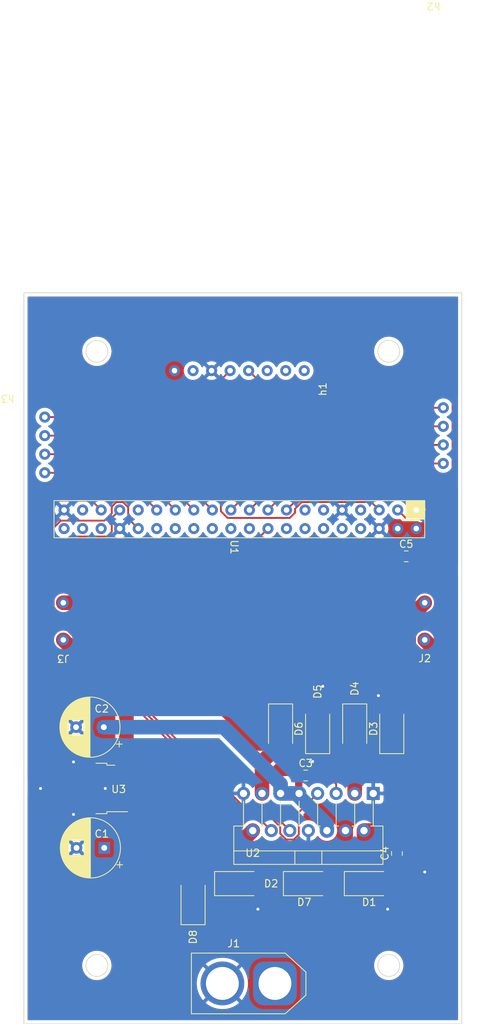
<source format=kicad_pcb>
(kicad_pcb (version 20211014) (generator pcbnew)
  (layers (0 "F.Cu" signal) (31 "B.Cu" signal) (34 "B.Paste" user) (35 "F.Paste" user) (36 "B.SilkS" user "B.Silkscreen") (37 "F.SilkS" user "F.Silkscreen") (38 "B.Mask" user) (39 "F.Mask" user) (44 "Edge.Cuts" user))
  (net 0 "")
  (net 4 "+12V")
  (net 5 "/SDA")
  (net 6 "/SCL")
  (net 9 "Net-(D1-Pad1)")
  (net 10 "Net-(D3-Pad1)")
  (net 11 "Net-(D5-Pad1)")
  (net 13 "/GPIO18(PWM0)")
  (net 14 "/GPIO12(PWM0)")
  (net 15 "/GPIO13(PWM1)")
  (net 16 "/GPIO19(PWM1)")
  (net 17 "Net-(D7-Pad1)")
  (net 18 "/Motor_sensor_1")
  (net 19 "/Motor_sensor_2")
  (net 21 "+5V")
  (net 22 "GND")
  (net 30 "/Motor_sensor_3")
  (net 32 "/Motor_sensor_4")
  (net 33 "/Motor_sensor_5")
  (net 34 "/Motor_sensor_6")
  (net 35 "/Motor_sensor_7")
  (net 37 "/Motor_sensor_8")
  (footprint "car:4head" (layer "F.Cu") (at 77.47 50.8)
    (fp_text reference "h2" (at -1.31 -60.007859 180 unlocked) (layer "F.SilkS"))
    (fp_text value "4head")
    (pad "1" thru_hole circle (at 0 2.54) (size 1.524 1.524) (drill 0.762) (layers *.Cu *.Mask) (net 18 "/Motor_sensor_1"))
    (pad "2" thru_hole circle (at 0 0) (size 1.524 1.524) (drill 0.762) (layers *.Cu *.Mask) (net 19 "/Motor_sensor_2"))
    (pad "3" thru_hole circle (at 0 -2.54) (size 1.524 1.524) (drill 0.762) (layers *.Cu *.Mask) (net 30 "/Motor_sensor_3"))
    (pad "4" thru_hole circle (at 0 -5.08) (size 1.524 1.524) (drill 0.762) (layers *.Cu *.Mask) (net 32 "/Motor_sensor_4"))
  )
  (footprint "Capacitor_SMD:C_0805_2012Metric" (layer "F.Cu") (at 72.39 66.04)
    (fp_text reference "C5" (at 0 -1.68) (layer "F.SilkS"))
    (fp_text value "100nf")
    (pad "1" smd roundrect (at -0.95 0) (size 1 1.45) (layers "F.Cu" "F.Paste" "F.Mask") (net 21 "+5V"))
    (pad "2" smd roundrect (at 0.95 0) (size 1 1.45) (layers "F.Cu" "F.Paste" "F.Mask") (net 22 "GND"))
  )
  (footprint "Capacitor_SMD:C_0805_2012Metric" (layer "F.Cu") (at 71.12 106.68 -90)
    (fp_text reference "C4" (at -0.002777 1.652285 90) (layer "F.SilkS"))
    (fp_text value "100nf")
    (pad "1" smd roundrect (at -0.95 0 270) (size 1 1.45) (layers "F.Cu" "F.Paste" "F.Mask") (net 4 "+12V"))
    (pad "2" smd roundrect (at 0.95 0 270) (size 1 1.45) (layers "F.Cu" "F.Paste" "F.Mask") (net 22 "GND"))
  )
  (footprint "Capacitor_SMD:C_0805_2012Metric" (layer "F.Cu") (at 58.613443 96.022268)
    (fp_text reference "C3" (at 0 -1.68) (layer "F.SilkS"))
    (fp_text value "100nf")
    (pad "1" smd roundrect (at -0.95 0) (size 1 1.45) (layers "F.Cu" "F.Paste" "F.Mask") (net 21 "+5V"))
    (pad "2" smd roundrect (at 0.95 0) (size 1 1.45) (layers "F.Cu" "F.Paste" "F.Mask") (net 22 "GND"))
  )
  (footprint "Connector_AMASS:AMASS_XT60-M_1x02_P7.20mm_Vertical" (layer "F.Cu") (at 54.4 124.46 180)
    (fp_text reference "J1" (at 5.647981 5.452) (layer "F.SilkS"))
    (fp_text value "XT60PW-M")
    (pad "1" thru_hole roundrect (at 0 0 180) (size 6 6) (drill 4.5) (layers *.Cu *.Mask) (net 4 "+12V"))
    (pad "2" thru_hole circle (at 7.2 0 180) (size 6 6) (drill 4.5) (layers *.Cu *.Mask) (net 22 "GND"))
  )
  (footprint "car:ras_head" (layer "F.Cu") (at 73.766683 59.703388 -90)
    (fp_text reference "U1" (at 5.08 24.94 -90 unlocked) (layer "F.SilkS"))
    (fp_text value "ras_head")
    (pad "1" thru_hole circle (at 0 0 270) (size 1.524 1.524) (drill 0.762) (layers *.Cu *.Mask))
    (pad "2" thru_hole circle (at 2.54 0 270) (size 1.524 1.524) (drill 0.762) (layers *.Cu *.Mask) (net 21 "+5V"))
    (pad "3" thru_hole circle (at 0 2.54 270) (size 1.524 1.524) (drill 0.762) (layers *.Cu *.Mask) (net 5 "/SDA"))
    (pad "4" thru_hole circle (at 2.54 2.54 270) (size 1.524 1.524) (drill 0.762) (layers *.Cu *.Mask) (net 21 "+5V"))
    (pad "5" thru_hole circle (at 0 5.08 270) (size 1.524 1.524) (drill 0.762) (layers *.Cu *.Mask) (net 6 "/SCL"))
    (pad "6" thru_hole circle (at 2.54 5.08 270) (size 1.524 1.524) (drill 0.762) (layers *.Cu *.Mask) (net 22 "GND"))
    (pad "7" thru_hole circle (at 0 7.62 270) (size 1.524 1.524) (drill 0.762) (layers *.Cu *.Mask))
    (pad "8" thru_hole circle (at 2.54 7.62 270) (size 1.524 1.524) (drill 0.762) (layers *.Cu *.Mask))
    (pad "9" thru_hole circle (at 0 10.16 270) (size 1.524 1.524) (drill 0.762) (layers *.Cu *.Mask) (net 22 "GND"))
    (pad "10" thru_hole circle (at 2.54 10.16 270) (size 1.524 1.524) (drill 0.762) (layers *.Cu *.Mask))
    (pad "11" thru_hole circle (at 0 12.7 270) (size 1.524 1.524) (drill 0.762) (layers *.Cu *.Mask))
    (pad "12" thru_hole circle (at 2.54 12.7 270) (size 1.524 1.524) (drill 0.762) (layers *.Cu *.Mask))
    (pad "13" thru_hole circle (at 0 15.24 270) (size 1.524 1.524) (drill 0.762) (layers *.Cu *.Mask))
    (pad "14" thru_hole circle (at 2.54 15.24 270) (size 1.524 1.524) (drill 0.762) (layers *.Cu *.Mask))
    (pad "15" thru_hole circle (at 0 17.78 270) (size 1.524 1.524) (drill 0.762) (layers *.Cu *.Mask) (net 18 "/Motor_sensor_1"))
    (pad "16" thru_hole circle (at 2.54 17.78 270) (size 1.524 1.524) (drill 0.762) (layers *.Cu *.Mask))
    (pad "17" thru_hole circle (at 0 20.32 270) (size 1.524 1.524) (drill 0.762) (layers *.Cu *.Mask) (net 19 "/Motor_sensor_2"))
    (pad "18" thru_hole circle (at 2.54 20.32 270) (size 1.524 1.524) (drill 0.762) (layers *.Cu *.Mask) (net 13 "/GPIO18(PWM0)"))
    (pad "19" thru_hole circle (at 0 22.86 270) (size 1.524 1.524) (drill 0.762) (layers *.Cu *.Mask) (net 30 "/Motor_sensor_3"))
    (pad "20" thru_hole circle (at 2.54 22.86 270) (size 1.524 1.524) (drill 0.762) (layers *.Cu *.Mask))
    (pad "21" thru_hole circle (at 0 25.4 270) (size 1.524 1.524) (drill 0.762) (layers *.Cu *.Mask) (net 32 "/Motor_sensor_4"))
    (pad "22" thru_hole circle (at 2.54 25.4 270) (size 1.524 1.524) (drill 0.762) (layers *.Cu *.Mask))
    (pad "23" thru_hole circle (at 0 27.94 270) (size 1.524 1.524) (drill 0.762) (layers *.Cu *.Mask) (net 33 "/Motor_sensor_5"))
    (pad "24" thru_hole circle (at 2.54 27.94 270) (size 1.524 1.524) (drill 0.762) (layers *.Cu *.Mask))
    (pad "25" thru_hole circle (at 0 30.48 270) (size 1.524 1.524) (drill 0.762) (layers *.Cu *.Mask) (net 34 "/Motor_sensor_6"))
    (pad "26" thru_hole circle (at 2.54 30.48 270) (size 1.524 1.524) (drill 0.762) (layers *.Cu *.Mask))
    (pad "27" thru_hole circle (at 0 33.02 270) (size 1.524 1.524) (drill 0.762) (layers *.Cu *.Mask) (net 35 "/Motor_sensor_7"))
    (pad "28" thru_hole circle (at 2.54 33.02 270) (size 1.524 1.524) (drill 0.762) (layers *.Cu *.Mask))
    (pad "29" thru_hole circle (at 0 35.56 270) (size 1.524 1.524) (drill 0.762) (layers *.Cu *.Mask) (net 37 "/Motor_sensor_8"))
    (pad "30" thru_hole circle (at 2.54 35.56 270) (size 1.524 1.524) (drill 0.762) (layers *.Cu *.Mask))
    (pad "31" thru_hole circle (at 0 38.1 270) (size 1.524 1.524) (drill 0.762) (layers *.Cu *.Mask))
    (pad "32" thru_hole circle (at 2.54 38.1 270) (size 1.524 1.524) (drill 0.762) (layers *.Cu *.Mask) (net 14 "/GPIO12(PWM0)"))
    (pad "33" thru_hole circle (at 0 40.64 270) (size 1.524 1.524) (drill 0.762) (layers *.Cu *.Mask) (net 15 "/GPIO13(PWM1)"))
    (pad "34" thru_hole circle (at 2.54 40.64 270) (size 1.524 1.524) (drill 0.762) (layers *.Cu *.Mask) (net 22 "GND"))
    (pad "35" thru_hole circle (at 0 43.18 270) (size 1.524 1.524) (drill 0.762) (layers *.Cu *.Mask) (net 16 "/GPIO19(PWM1)"))
    (pad "36" thru_hole circle (at 2.54 43.18 270) (size 1.524 1.524) (drill 0.762) (layers *.Cu *.Mask))
    (pad "37" thru_hole circle (at 0 45.72 270) (size 1.524 1.524) (drill 0.762) (layers *.Cu *.Mask))
    (pad "38" thru_hole circle (at 2.54 45.72 270) (size 1.524 1.524) (drill 0.762) (layers *.Cu *.Mask))
    (pad "39" thru_hole circle (at 0 48.26 270) (size 1.524 1.524) (drill 0.762) (layers *.Cu *.Mask) (net 22 "GND"))
    (pad "40" thru_hole circle (at 2.54 48.26 270) (size 1.524 1.524) (drill 0.762) (layers *.Cu *.Mask))
  )
  (footprint "car:2_head_connector" (layer "F.Cu") (at 25.4 72.39 180)
    (fp_text reference "J3" (at 0 -7.62 180 unlocked) (layer "F.SilkS"))
    (fp_text value "Conn_01x02_Female")
    (pad "1" thru_hole circle (at 0 0 180) (size 1.524 1.524) (drill 0.762) (layers *.Cu *.Mask) (net 11 "Net-(D5-Pad1)"))
    (pad "2" thru_hole circle (at 0 -5.08 180) (size 1.524 1.524) (drill 0.762) (layers *.Cu *.Mask) (net 17 "Net-(D7-Pad1)"))
  )
  (footprint "car:4head" (layer "F.Cu") (at 22.86 49.53 180)
    (fp_text reference "h3" (at 5.08 5.08 180 unlocked) (layer "F.SilkS"))
    (fp_text value "4head")
    (pad "1" thru_hole circle (at 0 2.54 180) (size 1.524 1.524) (drill 0.762) (layers *.Cu *.Mask) (net 33 "/Motor_sensor_5"))
    (pad "2" thru_hole circle (at 0 0 180) (size 1.524 1.524) (drill 0.762) (layers *.Cu *.Mask) (net 34 "/Motor_sensor_6"))
    (pad "3" thru_hole circle (at 0 -2.54 180) (size 1.524 1.524) (drill 0.762) (layers *.Cu *.Mask) (net 35 "/Motor_sensor_7"))
    (pad "4" thru_hole circle (at 0 -5.08 180) (size 1.524 1.524) (drill 0.762) (layers *.Cu *.Mask) (net 37 "/Motor_sensor_8"))
  )
  (footprint "Capacitor_THT:CP_Radial_D8.0mm_P3.80mm" (layer "F.Cu") (at 31.012651 105.9175 180)
    (fp_text reference "C1" (at 0.341073 1.91647) (layer "F.SilkS"))
    (fp_text value "220uf")
    (pad "1" thru_hole rect (at 0 0 180) (size 1.6 1.6) (drill 0.8) (layers *.Cu *.Mask) (net 4 "+12V"))
    (pad "2" thru_hole circle (at 3.8 0 180) (size 1.6 1.6) (drill 0.8) (layers *.Cu *.Mask) (net 22 "GND"))
  )
  (footprint "Capacitor_THT:CP_Radial_D8.0mm_P3.80mm" (layer "F.Cu") (at 30.951913 89.4075 180)
    (fp_text reference "C2" (at 0.284581 2.5125) (layer "F.SilkS"))
    (fp_text value "220uf")
    (pad "1" thru_hole rect (at 0 0 180) (size 1.6 1.6) (drill 0.8) (layers *.Cu *.Mask) (net 21 "+5V"))
    (pad "2" thru_hole circle (at 3.8 0 180) (size 1.6 1.6) (drill 0.8) (layers *.Cu *.Mask) (net 22 "GND"))
  )
  (footprint "Diode_SMD:D_SMA" (layer "F.Cu") (at 43.18 113.03 90)
    (fp_text reference "D8" (at -5.08 0 90) (layer "F.SilkS"))
    (fp_text value "SM4007")
    (pad "1" smd rect (at -2 0 90) (size 2.5 1.8) (layers "F.Cu" "F.Paste" "F.Mask") (net 4 "+12V"))
    (pad "2" smd rect (at 2 0 90) (size 2.5 1.8) (layers "F.Cu" "F.Paste" "F.Mask") (net 17 "Net-(D7-Pad1)"))
  )
  (footprint "Diode_SMD:D_SMA" (layer "F.Cu") (at 60.252436 89.63 90)
    (fp_text reference "D5" (at 5.08 0 90) (layer "F.SilkS"))
    (fp_text value "SM4007")
    (pad "1" smd rect (at -2 0 90) (size 2.5 1.8) (layers "F.Cu" "F.Paste" "F.Mask") (net 11 "Net-(D5-Pad1)"))
    (pad "2" smd rect (at 2 0 90) (size 2.5 1.8) (layers "F.Cu" "F.Paste" "F.Mask") (net 22 "GND"))
  )
  (footprint "Package_TO_SOT_THT:TO-220-15_P2.54x2.54mm_StaggerOdd_Lead4.58mm_Vertical" (layer "F.Cu") (at 67.872436 98.473141 180)
    (fp_text reference "U2" (at 16.515 -8.16) (layer "F.SilkS"))
    (fp_text value "L298HN")
    (pad "1" thru_hole rect (at 0 0 180) (size 1.8 1.8) (drill 1) (layers *.Cu *.Mask) (net 22 "GND"))
    (pad "2" thru_hole oval (at 1.27 -5.08 180) (size 1.8 1.8) (drill 1) (layers *.Cu *.Mask) (net 9 "Net-(D1-Pad1)"))
    (pad "3" thru_hole oval (at 2.54 0 180) (size 1.8 1.8) (drill 1) (layers *.Cu *.Mask) (net 10 "Net-(D3-Pad1)"))
    (pad "4" thru_hole oval (at 3.81 -5.08 180) (size 1.8 1.8) (drill 1) (layers *.Cu *.Mask) (net 4 "+12V"))
    (pad "5" thru_hole oval (at 5.08 0 180) (size 1.8 1.8) (drill 1) (layers *.Cu *.Mask) (net 13 "/GPIO18(PWM0)"))
    (pad "6" thru_hole oval (at 6.35 -5.08 180) (size 1.8 1.8) (drill 1) (layers *.Cu *.Mask) (net 21 "+5V"))
    (pad "7" thru_hole oval (at 7.62 0 180) (size 1.8 1.8) (drill 1) (layers *.Cu *.Mask) (net 14 "/GPIO12(PWM0)"))
    (pad "8" thru_hole oval (at 8.89 -5.08 180) (size 1.8 1.8) (drill 1) (layers *.Cu *.Mask) (net 22 "GND"))
    (pad "9" thru_hole oval (at 10.16 0 180) (size 1.8 1.8) (drill 1) (layers *.Cu *.Mask) (net 21 "+5V"))
    (pad "10" thru_hole oval (at 11.43 -5.08 180) (size 1.8 1.8) (drill 1) (layers *.Cu *.Mask) (net 15 "/GPIO13(PWM1)"))
    (pad "11" thru_hole oval (at 12.7 0 180) (size 1.8 1.8) (drill 1) (layers *.Cu *.Mask) (net 21 "+5V"))
    (pad "12" thru_hole oval (at 13.97 -5.08 180) (size 1.8 1.8) (drill 1) (layers *.Cu *.Mask) (net 16 "/GPIO19(PWM1)"))
    (pad "13" thru_hole oval (at 15.24 0 180) (size 1.8 1.8) (drill 1) (layers *.Cu *.Mask) (net 11 "Net-(D5-Pad1)"))
    (pad "14" thru_hole oval (at 16.51 -5.08 180) (size 1.8 1.8) (drill 1) (layers *.Cu *.Mask) (net 17 "Net-(D7-Pad1)"))
    (pad "15" thru_hole oval (at 17.78 0 180) (size 1.8 1.8) (drill 1) (layers *.Cu *.Mask) (net 22 "GND"))
  )
  (footprint "Diode_SMD:D_SMA" (layer "F.Cu") (at 58.96 110.807859)
    (fp_text reference "D2" (at -5.08 0) (layer "F.SilkS"))
    (fp_text value "SM4007")
    (pad "1" smd rect (at -2 0) (size 2.5 1.8) (layers "F.Cu" "F.Paste" "F.Mask") (net 4 "+12V"))
    (pad "2" smd rect (at 2 0) (size 2.5 1.8) (layers "F.Cu" "F.Paste" "F.Mask") (net 9 "Net-(D1-Pad1)"))
  )
  (footprint "car:car_head" (layer "F.Cu") (at 58.42 40.64 90)
    (fp_text reference "h1" (at -2.54 2.54 90 unlocked) (layer "F.SilkS"))
    (fp_text value "HW612")
    (pad "1" thru_hole circle (at 0 0 90) (size 1.524 1.524) (drill 0.762) (layers *.Cu *.Mask))
    (pad "2" thru_hole circle (at 0 -2.54 90) (size 1.524 1.524) (drill 0.762) (layers *.Cu *.Mask))
    (pad "3" thru_hole circle (at 0 -5.08 90) (size 1.524 1.524) (drill 0.762) (layers *.Cu *.Mask))
    (pad "4" thru_hole circle (at 0 -7.62 90) (size 1.524 1.524) (drill 0.762) (layers *.Cu *.Mask) (net 5 "/SDA"))
    (pad "5" thru_hole circle (at 0 -10.16 90) (size 1.524 1.524) (drill 0.762) (layers *.Cu *.Mask) (net 6 "/SCL"))
    (pad "6" thru_hole circle (at 0 -12.7 90) (size 1.524 1.524) (drill 0.762) (layers *.Cu *.Mask) (net 22 "GND"))
    (pad "7" thru_hole circle (at 0 -15.24 90) (size 1.524 1.524) (drill 0.762) (layers *.Cu *.Mask))
    (pad "8" thru_hole circle (at 0 -17.78 90) (size 1.524 1.524) (drill 0.762) (layers *.Cu *.Mask) (net 21 "+5V"))
  )
  (footprint "Package_TO_SOT_SMD:TO-252-2" (layer "F.Cu") (at 28.897651 97.79 180)
    (fp_text reference "U3" (at -4.090083 -0.109011) (layer "F.SilkS"))
    (fp_text value "KA78M05_TO252")
    (pad "1" smd rect (at -4.2 -2.28 180) (size 2.2 1.2) (layers "F.Cu" "F.Paste" "F.Mask") (net 4 "+12V"))
    (pad "2" smd rect (at 2.1 0 180) (size 6.4 5.8) (layers "F.Cu" "F.Mask") (net 22 "GND"))
    (pad "3" smd rect (at -4.2 2.28 180) (size 2.2 1.2) (layers "F.Cu" "F.Paste" "F.Mask") (net 21 "+5V"))
  )
  (footprint "car:2_head_connector" (layer "F.Cu") (at 74.93 77.47)
    (fp_text reference "J2" (at 0 2.54 unlocked) (layer "F.SilkS"))
    (fp_text value "Conn_01x02_Female")
    (pad "1" thru_hole circle (at 0 0) (size 1.524 1.524) (drill 0.762) (layers *.Cu *.Mask) (net 9 "Net-(D1-Pad1)"))
    (pad "2" thru_hole circle (at 0 -5.08) (size 1.524 1.524) (drill 0.762) (layers *.Cu *.Mask) (net 10 "Net-(D3-Pad1)"))
  )
  (footprint "Diode_SMD:D_SMA" (layer "F.Cu") (at 70.412436 89.63 90)
    (fp_text reference "D3" (at 0 -2.5 90) (layer "F.SilkS"))
    (fp_text value "SM4007")
    (pad "1" smd rect (at -2 0 90) (size 2.5 1.8) (layers "F.Cu" "F.Paste" "F.Mask") (net 10 "Net-(D3-Pad1)"))
    (pad "2" smd rect (at 2 0 90) (size 2.5 1.8) (layers "F.Cu" "F.Paste" "F.Mask") (net 22 "GND"))
  )
  (footprint "Diode_SMD:D_SMA" (layer "F.Cu") (at 67.31 110.807859)
    (fp_text reference "D1" (at 0 2.54) (layer "F.SilkS"))
    (fp_text value "SM4007")
    (pad "1" smd rect (at -2 0) (size 2.5 1.8) (layers "F.Cu" "F.Paste" "F.Mask") (net 9 "Net-(D1-Pad1)"))
    (pad "2" smd rect (at 2 0) (size 2.5 1.8) (layers "F.Cu" "F.Paste" "F.Mask") (net 22 "GND"))
  )
  (footprint "Diode_SMD:D_SMA" (layer "F.Cu") (at 49.53 110.807859)
    (fp_text reference "D7" (at 8.89 2.54) (layer "F.SilkS"))
    (fp_text value "SM4007")
    (pad "1" smd rect (at -2 0) (size 2.5 1.8) (layers "F.Cu" "F.Paste" "F.Mask") (net 17 "Net-(D7-Pad1)"))
    (pad "2" smd rect (at 2 0) (size 2.5 1.8) (layers "F.Cu" "F.Paste" "F.Mask") (net 22 "GND"))
  )
  (footprint "Diode_SMD:D_SMA" (layer "F.Cu") (at 65.332436 89.63 -90)
    (fp_text reference "D4" (at -5.492141 0 90) (layer "F.SilkS"))
    (fp_text value "SM4007")
    (pad "1" smd rect (at -2 0 270) (size 2.5 1.8) (layers "F.Cu" "F.Paste" "F.Mask") (net 4 "+12V"))
    (pad "2" smd rect (at 2 0 270) (size 2.5 1.8) (layers "F.Cu" "F.Paste" "F.Mask") (net 10 "Net-(D3-Pad1)"))
  )
  (footprint "Diode_SMD:D_SMA" (layer "F.Cu") (at 55.172436 89.63 -90)
    (fp_text reference "D6" (at 0 -2.5 90) (layer "F.SilkS"))
    (fp_text value "SM4007")
    (pad "1" smd rect (at -2 0 270) (size 2.5 1.8) (layers "F.Cu" "F.Paste" "F.Mask") (net 4 "+12V"))
    (pad "2" smd rect (at 2 0 270) (size 2.5 1.8) (layers "F.Cu" "F.Paste" "F.Mask") (net 11 "Net-(D5-Pad1)"))
  )
  (gr_circle (center 70 122) (end 71.5 122) (layer "Edge.Cuts") (width 0.1) (fill none))
  (gr_rect (start 20 30) (end 80 130) (layer "Edge.Cuts") (width 0.1) (fill none))
  (gr_circle (center 30 122) (end 31.5 122) (layer "Edge.Cuts") (width 0.1) (fill none))
  (gr_circle (center 70 38) (end 71.5 38) (layer "Edge.Cuts") (width 0.1) (fill none))
  (gr_circle (center 30 38) (end 31.5 38) (layer "Edge.Cuts") (width 0.1) (fill none))
  (segment (start 78.74 56.266631) (end 78.74 44.45) (width 0.25) (layer "F.Cu") (net 5))
  (segment (start 77.47 43.18) (end 53.34 43.18) (width 0.25) (layer "F.Cu") (net 5))
  (segment (start 74.216732 60.789899) (end 78.74 56.266631) (width 0.25) (layer "F.Cu") (net 5))
  (segment (start 53.34 43.18) (end 50.8 40.64) (width 0.25) (layer "F.Cu") (net 5))
  (segment (start 71.226683 59.703388) (end 72.313194 60.789899) (width 0.25) (layer "F.Cu") (net 5))
  (segment (start 72.313194 60.789899) (end 74.216732 60.789899) (width 0.25) (layer "F.Cu") (net 5))
  (segment (start 78.74 44.45) (end 77.47 43.18) (width 0.25) (layer "F.Cu") (net 5))
  (segment (start 57.15 60.076631) (end 56.436732 60.789899) (width 0.25) (layer "F.Cu") (net 6))
  (segment (start 67.600172 58.616877) (end 58.076634 58.616877) (width 0.25) (layer "F.Cu") (net 6))
  (segment (start 58.076634 58.616877) (end 57.15 59.543511) (width 0.25) (layer "F.Cu") (net 6))
  (segment (start 68.686683 59.703388) (end 67.600172 58.616877) (width 0.25) (layer "F.Cu") (net 6))
  (segment (start 56.436732 60.789899) (end 47.916634 60.789899) (width 0.25) (layer "F.Cu") (net 6))
  (segment (start 46.99 41.91) (end 48.26 40.64) (width 0.25) (layer "F.Cu") (net 6))
  (segment (start 47.916634 60.789899) (end 46.99 59.863265) (width 0.25) (layer "F.Cu") (net 6))
  (segment (start 57.15 59.543511) (end 57.15 60.076631) (width 0.25) (layer "F.Cu") (net 6))
  (segment (start 46.99 59.863265) (end 46.99 41.91) (width 0.25) (layer "F.Cu") (net 6))
  (segment (start 76.2 78.74) (end 76.2 96.52) (width 2) (layer "F.Cu") (net 9))
  (segment (start 69.166859 103.553141) (end 66.602436 103.553141) (width 2) (layer "F.Cu") (net 9))
  (segment (start 76.2 96.52) (end 69.166859 103.553141) (width 2) (layer "F.Cu") (net 9))
  (segment (start 66.602436 107.387564) (end 65.31 108.68) (width 2) (layer "F.Cu") (net 9))
  (segment (start 66.602436 103.553141) (end 66.602436 107.387564) (width 2) (layer "F.Cu") (net 9))
  (segment (start 74.93 77.47) (end 76.2 78.74) (width 2) (layer "F.Cu") (net 9))
  (segment (start 60.96 110.807859) (end 65.31 110.807859) (width 2) (layer "F.Cu") (net 9))
  (segment (start 65.31 108.68) (end 65.31 110.807859) (width 2) (layer "F.Cu") (net 9))
  (segment (start 65.12 110.807859) (end 60.96 110.807859) (width 0.5) (layer "F.Cu") (net 9))
  (segment (start 72.73048 78.381072) (end 72.73048 74.58952) (width 2) (layer "F.Cu") (net 10))
  (segment (start 73.66 88.382436) (end 73.66 79.310592) (width 2) (layer "F.Cu") (net 10))
  (segment (start 65.332436 91.63) (end 70.412436 91.63) (width 0.5) (layer "F.Cu") (net 10))
  (segment (start 73.66 79.310592) (end 72.73048 78.381072) (width 2) (layer "F.Cu") (net 10))
  (segment (start 72.73048 74.58952) (end 74.93 72.39) (width 2) (layer "F.Cu") (net 10))
  (segment (start 70.412436 91.63) (end 73.66 88.382436) (width 2) (layer "F.Cu") (net 10))
  (segment (start 70.412436 91.63) (end 65.332436 96.71) (width 2) (layer "F.Cu") (net 10))
  (segment (start 65.332436 96.71) (end 65.332436 98.473141) (width 2) (layer "F.Cu") (net 10))
  (segment (start 52.632436 94.17) (end 52.632436 98.473141) (width 2) (layer "F.Cu") (net 11))
  (segment (start 25.4 72.39) (end 33.02 72.39) (width 2) (layer "F.Cu") (net 11))
  (segment (start 60.252436 91.63) (end 55.172436 91.63) (width 2) (layer "F.Cu") (net 11))
  (segment (start 52.26 91.63) (end 55.172436 91.63) (width 2) (layer "F.Cu") (net 11))
  (segment (start 33.02 72.39) (end 52.26 91.63) (width 2) (layer "F.Cu") (net 11))
  (segment (start 55.172436 91.63) (end 52.632436 94.17) (width 2) (layer "F.Cu") (net 11))
  (segment (start 52.07 63.620071) (end 53.446683 62.243388) (width 0.25) (layer "F.Cu") (net 13))
  (segment (start 53.947925 89.204511) (end 52.07 87.326586) (width 0.25) (layer "F.Cu") (net 13))
  (segment (start 62.792436 98.473141) (end 62.792436 97.200349) (width 0.25) (layer "F.Cu") (net 13))
  (segment (start 52.07 87.326586) (end 52.07 63.620071) (width 0.25) (layer "F.Cu") (net 13))
  (segment (start 62.792436 97.200349) (end 62.23 96.637913) (width 0.25) (layer "F.Cu") (net 13))
  (segment (start 62.23 96.637913) (end 62.23 90.17) (width 0.25) (layer "F.Cu") (net 13))
  (segment (start 62.23 90.17) (end 61.264511 89.204511) (width 0.25) (layer "F.Cu") (net 13))
  (segment (start 61.264511 89.204511) (end 53.947925 89.204511) (width 0.25) (layer "F.Cu") (net 13))
  (segment (start 32.040172 59.253339) (end 32.676634 58.616877) (width 0.25) (layer "F.Cu") (net 14))
  (segment (start 23.62596 73.737156) (end 23.62596 62.587551) (width 0.25) (layer "F.Cu") (net 14))
  (segment (start 36.936683 86.497811) (end 25.763872 75.325) (width 0.25) (layer "F.Cu") (net 14))
  (segment (start 25.056634 61.156877) (end 31.037477 61.156877) (width 0.25) (layer "F.Cu") (net 14))
  (segment (start 34.29 59.330145) (end 34.29 60.866705) (width 0.25) (layer "F.Cu") (net 14))
  (segment (start 32.676634 58.616877) (end 33.576732 58.616877) (width 0.25) (layer "F.Cu") (net 14))
  (segment (start 32.040172 60.153437) (end 32.040172 59.253339) (width 0.25) (layer "F.Cu") (net 14))
  (segment (start 50.297379 101.097379) (end 36.936683 87.736683) (width 0.25) (layer "F.Cu") (net 14))
  (segment (start 55.126947 103.045931) (end 55.126947 103.969373) (width 0.25) (layer "F.Cu") (net 14))
  (segment (start 34.29 60.866705) (end 35.666683 62.243388) (width 0.25) (layer "F.Cu") (net 14))
  (segment (start 55.126947 103.045931) (end 53.178395 101.097379) (width 0.25) (layer "F.Cu") (net 14))
  (segment (start 32.040544 60.153809) (end 32.040172 60.153437) (width 0.25) (layer "F.Cu") (net 14))
  (segment (start 36.936683 87.736683) (end 36.936683 86.497811) (width 0.25) (layer "F.Cu") (net 14))
  (segment (start 23.62596 62.587551) (end 25.056634 61.156877) (width 0.25) (layer "F.Cu") (net 14))
  (segment (start 55.126947 103.969373) (end 55.935226 104.777652) (width 0.25) (layer "F.Cu") (net 14))
  (segment (start 60.252436 98.473141) (end 57.666947 101.05863) (width 0.25) (layer "F.Cu") (net 14))
  (segment (start 57.666947 104.099317) (end 56.988612 104.777652) (width 0.25) (layer "F.Cu") (net 14))
  (segment (start 25.763872 75.325) (end 25.213803 75.325) (width 0.25) (layer "F.Cu") (net 14))
  (segment (start 57.666947 101.05863) (end 57.666947 104.099317) (width 0.25) (layer "F.Cu") (net 14))
  (segment (start 53.178395 101.097379) (end 50.297379 101.097379) (width 0.25) (layer "F.Cu") (net 14))
  (segment (start 31.037477 61.156877) (end 32.040544 60.153809) (width 0.25) (layer "F.Cu") (net 14))
  (segment (start 33.576732 58.616877) (end 34.29 59.330145) (width 0.25) (layer "F.Cu") (net 14))
  (segment (start 25.213803 75.325) (end 23.62596 73.737156) (width 0.25) (layer "F.Cu") (net 14))
  (segment (start 56.988612 104.777652) (end 55.935226 104.777652) (width 0.25) (layer "F.Cu") (net 14))
  (segment (start 53.537154 100.647859) (end 50.483577 100.647859) (width 0.25) (layer "F.Cu") (net 15))
  (segment (start 32.040172 60.789899) (end 33.126683 59.703388) (width 0.25) (layer "F.Cu") (net 15))
  (segment (start 26.32371 63.329899) (end 31.40371 63.329899) (width 0.25) (layer "F.Cu") (net 15))
  (segment (start 31.40371 63.329899) (end 32.040172 62.693437) (width 0.25) (layer "F.Cu") (net 15))
  (segment (start 25.950069 74.87548) (end 25.400001 74.87548) (width 0.25) (layer "F.Cu") (net 15))
  (segment (start 37.386203 86.311613) (end 25.950069 74.87548) (width 0.25) (layer "F.Cu") (net 15))
  (segment (start 24.07548 65.578129) (end 26.32371 63.329899) (width 0.25) (layer "F.Cu") (net 15))
  (segment (start 56.442436 103.553141) (end 53.537154 100.647859) (width 0.25) (layer "F.Cu") (net 15))
  (segment (start 37.386203 87.550485) (end 37.386203 86.311613) (width 0.25) (layer "F.Cu") (net 15))
  (segment (start 50.483577 100.647859) (end 37.386203 87.550485) (width 0.25) (layer "F.Cu") (net 15))
  (segment (start 24.07548 73.550959) (end 24.07548 65.578129) (width 0.25) (layer "F.Cu") (net 15))
  (segment (start 25.400001 74.87548) (end 24.07548 73.550959) (width 0.25) (layer "F.Cu") (net 15))
  (segment (start 32.040172 62.693437) (end 32.040172 60.789899) (width 0.25) (layer "F.Cu") (net 15))
  (segment (start 23.17644 73.923353) (end 23.17644 59.37356) (width 0.25) (layer "F.Cu") (net 16))
  (segment (start 24.13 58.42) (end 29.303295 58.42) (width 0.25) (layer "F.Cu") (net 16))
  (segment (start 25.577674 75.77452) (end 25.027605 75.77452) (width 0.25) (layer "F.Cu") (net 16))
  (segment (start 36.487163 86.684009) (end 25.577674 75.77452) (width 0.25) (layer "F.Cu") (net 16))
  (segment (start 25.027605 75.77452) (end 24.764283 75.511197) (width 0.25) (layer "F.Cu") (net 16))
  (segment (start 53.902436 103.553141) (end 52.228405 101.87911) (width 0.25) (layer "F.Cu") (net 16))
  (segment (start 50.443393 101.87911) (end 36.487163 87.92288) (width 0.25) (layer "F.Cu") (net 16))
  (segment (start 24.764283 75.511197) (end 23.17644 73.923353) (width 0.25) (layer "F.Cu") (net 16))
  (segment (start 29.303295 58.42) (end 30.586683 59.703388) (width 0.25) (layer "F.Cu") (net 16))
  (segment (start 52.228405 101.87911) (end 50.443393 101.87911) (width 0.25) (layer "F.Cu") (net 16))
  (segment (start 36.487163 87.92288) (end 36.487163 86.684009) (width 0.25) (layer "F.Cu") (net 16))
  (segment (start 23.17644 59.37356) (end 24.13 58.42) (width 0.25) (layer "F.Cu") (net 16))
  (segment (start 43.18 110.267859) (end 43.18 101.493327) (width 2) (layer "F.Cu") (net 17))
  (segment (start 34.04548 92.358807) (end 34.04548 86.11548) (width 2) (layer "F.Cu") (net 17))
  (segment (start 51.362436 103.553141) (end 47.53 107.385577) (width 2) (layer "F.Cu") (net 17))
  (segment (start 47.53 110.807859) (end 43.72 110.807859) (width 0.25) (layer "F.Cu") (net 17))
  (segment (start 47.53 107.385577) (end 47.53 110.807859) (width 2) (layer "F.Cu") (net 17))
  (segment (start 43.18 101.493327) (end 34.04548 92.358807) (width 2) (layer "F.Cu") (net 17))
  (segment (start 34.04548 86.11548) (end 25.4 77.47) (width 2) (layer "F.Cu") (net 17))
  (segment (start 43.72 110.807859) (end 43.18 110.267859) (width 0.25) (layer "F.Cu") (net 17))
  (segment (start 77.47 53.34) (end 62.350071 53.34) (width 0.25) (layer "F.Cu") (net 18))
  (segment (start 62.350071 53.34) (end 55.986683 59.703388) (width 0.25) (layer "F.Cu") (net 18))
  (segment (start 62.350071 50.8) (end 53.446683 59.703388) (width 0.25) (layer "F.Cu") (net 19))
  (segment (start 77.47 50.8) (end 62.350071 50.8) (width 0.25) (layer "F.Cu") (net 19))
  (segment (start 71.226683 62.243388) (end 71.226683 65.826683) (width 2) (layer "F.Cu") (net 21))
  (segment (start 71.226683 65.826683) (end 71.44 66.04) (width 2) (layer "F.Cu") (net 21))
  (segment (start 57.663443 96.022268) (end 57.663443 98.424148) (width 1) (layer "F.Cu") (net 21))
  (segment (start 73.766683 62.243388) (end 71.226683 62.243388) (width 2) (layer "F.Cu") (net 21))
  (segment (start 57.663443 98.424148) (end 57.712436 98.473141) (width 1) (layer "F.Cu") (net 21))
  (segment (start 55.172436 97.200349) (end 55.172436 98.473141) (width 2) (layer "B.Cu") (net 21))
  (segment (start 30.951913 89.4075) (end 47.379587 89.4075) (width 2) (layer "B.Cu") (net 21))
  (segment (start 47.379587 89.4075) (end 55.172436 97.200349) (width 2) (layer "B.Cu") (net 21))
  (segment (start 55.172436 98.473141) (end 57.712436 98.473141) (width 2) (layer "B.Cu") (net 21))
  (segment (start 57.712436 98.902299) (end 61.522436 102.712299) (width 2) (layer "B.Cu") (net 21))
  (segment (start 57.712436 98.425) (end 61.522436 102.235) (width 0.25) (layer "B.Cu") (net 21))
  (segment (start 57.712436 98.473141) (end 57.712436 98.902299) (width 2) (layer "B.Cu") (net 21))
  (segment (start 61.522436 102.712299) (end 61.522436 103.553141) (width 2) (layer "B.Cu") (net 21))
  (segment (start 61.522436 102.235) (end 61.522436 103.505) (width 0.25) (layer "B.Cu") (net 21))
  (segment (start 60.252436 87.63) (end 60.252436 84.527564) (width 2) (layer "F.Cu") (net 22))
  (segment (start 71.12 107.63) (end 73.34 107.63) (width 2) (layer "F.Cu") (net 22))
  (segment (start 59.563443 96.022268) (end 59.563443 94.106557) (width 1) (layer "F.Cu") (net 22))
  (segment (start 26.645151 97.79) (end 31.150151 97.79) (width 1) (layer "F.Cu") (net 22))
  (segment (start 70.412436 87.63) (end 70.412436 86.922436) (width 2) (layer "F.Cu") (net 22))
  (segment (start 26.797651 97.79) (end 26.797651 101.345) (width 1) (layer "F.Cu") (net 22))
  (segment (start 26.797651 97.79) (end 22.292651 97.79) (width 1) (layer "F.Cu") (net 22))
  (segment (start 51.53 113.76) (end 52.07 114.3) (width 2) (layer "F.Cu") (net 22))
  (segment (start 69.31 113.76) (end 69.85 114.3) (width 2) (layer "F.Cu") (net 22))
  (segment (start 70.412436 86.922436) (end 68.58 85.09) (width 2) (layer "F.Cu") (net 22))
  (segment (start 69.31 110.807859) (end 69.31 113.76) (width 2) (layer "F.Cu") (net 22))
  (segment (start 26.797651 97.79) (end 26.797651 94.165) (width 1) (layer "F.Cu") (net 22))
  (segment (start 73.34 107.63) (end 74.93 109.22) (width 2) (layer "F.Cu") (net 22))
  (segment (start 51.53 110.807859) (end 51.53 113.76) (width 2) (layer "F.Cu") (net 22))
  (segment (start 60.252436 84.527564) (end 60.96 83.82) (width 2) (layer "F.Cu") (net 22))
  (via (at 31.150151 97.79) (size 0.8) (drill 0.4) (layers "F.Cu" "B.Cu") (net 22))
  (via (at 68.58 85.09) (size 0.8) (drill 0.4) (layers "F.Cu" "B.Cu") (net 22))
  (via (at 60.96 83.82) (size 0.8) (drill 0.4) (layers "F.Cu" "B.Cu") (net 22))
  (via (at 52.07 114.3) (size 0.8) (drill 0.4) (layers "F.Cu" "B.Cu") (net 22))
  (via (at 69.85 114.3) (size 0.8) (drill 0.4) (layers "F.Cu" "B.Cu") (net 22))
  (via (at 26.797651 94.165) (size 0.8) (drill 0.4) (layers "F.Cu" "B.Cu") (net 22))
  (via (at 26.797651 101.345) (size 0.8) (drill 0.4) (layers "F.Cu" "B.Cu") (net 22))
  (via (at 59.563443 94.106557) (size 0.8) (drill 0.4) (layers "F.Cu" "B.Cu") (net 22))
  (via (at 74.93 109.22) (size 0.8) (drill 0.4) (layers "F.Cu" "B.Cu") (net 22))
  (via (at 22.28049 97.792601) (size 0.8) (drill 0.4) (layers "F.Cu" "B.Cu") (net 22))
  (segment (start 62.350071 48.26) (end 50.906683 59.703388) (width 0.25) (layer "F.Cu") (net 30))
  (segment (start 77.47 48.26) (end 62.350071 48.26) (width 0.25) (layer "F.Cu") (net 30))
  (segment (start 77.47 45.72) (end 62.350071 45.72) (width 0.25) (layer "F.Cu") (net 32))
  (segment (start 62.350071 45.72) (end 48.366683 59.703388) (width 0.25) (layer "F.Cu") (net 32))
  (segment (start 22.86 46.99) (end 33.113295 46.99) (width 0.25) (layer "F.Cu") (net 33))
  (segment (start 33.113295 46.99) (end 45.826683 59.703388) (width 0.25) (layer "F.Cu") (net 33))
  (segment (start 33.113295 49.53) (end 43.286683 59.703388) (width 0.25) (layer "F.Cu") (net 34))
  (segment (start 22.86 49.53) (end 33.113295 49.53) (width 0.25) (layer "F.Cu") (net 34))
  (segment (start 33.113295 52.07) (end 40.746683 59.703388) (width 0.25) (layer "F.Cu") (net 35))
  (segment (start 22.86 52.07) (end 33.113295 52.07) (width 0.25) (layer "F.Cu") (net 35))
  (segment (start 22.86 54.61) (end 33.113295 54.61) (width 0.25) (layer "F.Cu") (net 37))
  (segment (start 33.113295 54.61) (end 38.206683 59.703388) (width 0.25) (layer "F.Cu") (net 37))
  (zone (net 21) (net_name "+5V") (layer "F.Cu") (connect_pads yes (clearance 0.508)) (min_thickness 0.254) (fill yes (thermal_gap 0.508) (thermal_bridge_width 0.508))
    (polygon (pts (xy 80.01 67.31) (xy 52.07 67.31) (xy 52.07 89.63) (xy 58.42 89.63) (xy 58.613443 96.022268) (xy 39.439796 96.52) (xy 36.83 96.52) (xy 20.32 96.52) (xy 20.32 30.48) (xy 80.01 30.48)))
  )
  (zone (net 4) (net_name "+12V") (layer "F.Cu") (connect_pads yes (clearance 0.508)) (min_thickness 0.254) (fill yes (thermal_gap 0.508) (thermal_bridge_width 0.508))
    (polygon (pts (xy 80.01 129.857859) (xy 20.32 129.857859) (xy 20.32 98.473141) (xy 53.902436 98.473141) (xy 53.811786 68.793258) (xy 79.97633 68.660563)))
  )
  (zone (net 22) (net_name "GND") (layer "B.Cu") (connect_pads (clearance 0.508)) (min_thickness 0.254) (fill yes (thermal_gap 0.508) (thermal_bridge_width 0.508))
    (polygon (pts (xy 80.01 129.54) (xy 20.32 129.54) (xy 20.32 30.48) (xy 80.01 30.48)))
  )
)
</source>
